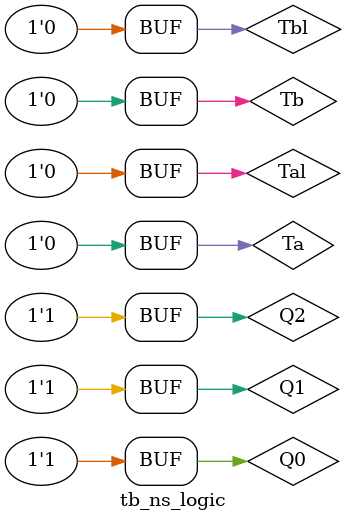
<source format=v>
`timescale 1ns/100ps

module tb_ns_logic; // testbench module name is tb_ns_logic;
   
   reg Ta,Tb,Tal,Tbl,Q2,Q1,Q0;      //1 bit reg
   wire D2,D1,D0;                     //1 bit size wire
   
   ns_logic U0_ns_logic(.Ta(Ta),.Tb(Tb),.Tal(Tal),.Tbl(Tbl),.Q2(Q2),.Q1(Q1),.Q0(Q0),.D2(D2),.D1(D1),.D0(D0));      //test module, use ns_logic
   
	// start verificate..
   
   initial begin
      //s0 start..
      Ta=1; Tb=0; Tal=0;Tbl=0; 
		Q2=0; Q1=0; Q0=0;#10; // comeback s0
		
      #10; Q2=0; Q1=0; Q0=0;
		Ta=0; //go s1
      
		//s1
      #10; Q2=0; Q1=0; Q0=1; //s2
		
      
      //s2, TaTalTbTbl x1xx -> come back s2
		//s2, TaTalTbTbl x0xx -> go s3
		
      #10; Q2=0; Q1=1; Q0=0; Ta=0;Tal=1;
      #10; Q2=0; Q1=1; Q0=0; Tal=0;
      
		
		// s3->s4 don'care set
		#10; Q2=0; Q1=1; Q0=1;
      
      //s4 ->s4  Tb =1, come back
		//s4 ->s5  Tb=0, go s5
      #10; Q2=1; Q1=0; Q0=0; Tb=1;
      #10; Q2=1; Q1=0; Q0=0; Tb=0;
      
      //s5 ->s6 don't care set
      #10; Q2=1; Q1=0; Q0=1;
      
      //s6 ->s6 Tbl = 1 
		//s6 ->s7 Tbl = 0
      #10; Q2=1; Q1=1; Q0=0; Tbl=1;
      #10; Q2=1; Q1=1; Q0=0; Tbl=0;
      
      //s7->s0 dont'care set , check don't care is ok to anything value setting
      #10; Q2=1; Q1=1; Q0=1;
		Ta=0; Tb=0; Tal=0; Tbl=0;
		#10;
		
      
   end
   
endmodule

</source>
